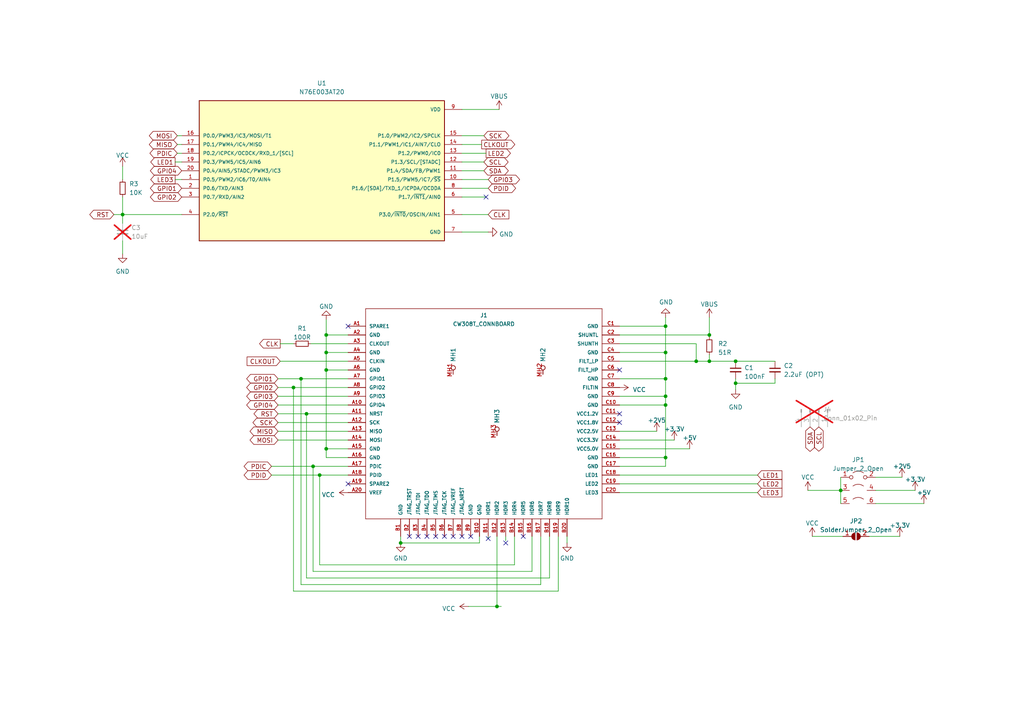
<source format=kicad_sch>
(kicad_sch (version 20230121) (generator eeschema)
  (paper "A4")
  (lib_symbols
    (symbol "Connector:Conn_01x04_Pin" (pin_names (offset 1.016) hide)
      (property "Reference" "J" (at 0 5.08 0))
      (property "Value" "Conn_01x04_Pin" (at 0 -7.62 0))
      (symbol "Conn_01x04_Pin_1_1"
        (polyline (pts (xy 1.27 -5.08) (xy 0.8636 -5.08)) (stroke (width 0.1524)))
        (polyline (pts (xy 1.27 -2.54) (xy 0.8636 -2.54)) (stroke (width 0.1524)))
        (polyline (pts (xy 1.27 0) (xy 0.8636 0)) (stroke (width 0.1524)))
        (polyline (pts (xy 1.27 2.54) (xy 0.8636 2.54)) (stroke (width 0.1524)))
        (rectangle (start 0.8636 -4.953) (end 0 -5.207) (stroke (width 0.1524)) (fill (type outline)))
        (rectangle (start 0.8636 -2.413) (end 0 -2.667) (stroke (width 0.1524)) (fill (type outline)))
        (rectangle (start 0.8636 0.127) (end 0 -0.127) (stroke (width 0.1524)) (fill (type outline)))
        (rectangle (start 0.8636 2.667) (end 0 2.413) (stroke (width 0.1524)) (fill (type outline)))
        (pin passive line (at 5.08 2.54 180) (length 3.81) (name "Pin_1") (number "1"))
        (pin passive line (at 5.08 0 180) (length 3.81) (name "Pin_2") (number "2"))
        (pin passive line (at 5.08 -2.54 180) (length 3.81) (name "Pin_3") (number "3"))
        (pin passive line (at 5.08 -5.08 180) (length 3.81) (name "Pin_4") (number "4"))
      )
    )
    (symbol "Device:C_Small" (pin_numbers hide) (pin_names (offset 0.254) hide)
      (property "Reference" "C" (at 0.254 1.778 0))
      (property "Value" "C_Small" (at 0.254 -2.032 0))
      (symbol "C_Small_0_1"
        (polyline (pts (xy -1.524 -0.508) (xy 1.524 -0.508)) (stroke (width 0.3302)))
        (polyline (pts (xy -1.524 0.508) (xy 1.524 0.508)) (stroke (width 0.3048)))
      )
      (symbol "C_Small_1_1"
        (pin passive line (at 0 2.54 270) (length 2.032) (name "~") (number "1"))
        (pin passive line (at 0 -2.54 90) (length 2.032) (name "~") (number "2"))
      )
    )
    (symbol "Device:R_Small" (pin_numbers hide) (pin_names (offset 0.254) hide)
      (property "Reference" "R" (at 0.762 0.508 0))
      (property "Value" "R_Small" (at 0.762 -1.016 0))
      (symbol "R_Small_0_1"
        (rectangle (start -0.762 1.778) (end 0.762 -1.778) (stroke (width 0.2032)))
      )
      (symbol "R_Small_1_1"
        (pin passive line (at 0 2.54 270) (length 0.762) (name "~") (number "1"))
        (pin passive line (at 0 -2.54 90) (length 0.762) (name "~") (number "2"))
      )
    )
    (symbol "Jumper:Jumper_2_Open" (pin_names (offset 0) hide)
      (property "Reference" "JP1" (at 0 5.08 0))
      (property "Value" "Jumper_2_Open" (at 0 2.54 0))
      (symbol "Jumper_2_Open_0_0"
        (circle (center -2.032 0) (radius 0.508))
        (circle (center 2.032 0) (radius 0.508))
      )
      (symbol "Jumper_2_Open_0_1"
        (arc (start 1.524 -6.35) (mid 0 -5.842) (end -1.524 -6.35))
        (arc (start 1.524 -2.54) (mid 0 -2.032) (end -1.524 -2.54))
        (arc (start 1.524 1.27) (mid 0 1.778) (end -1.524 1.27))
      )
      (symbol "Jumper_2_Open_1_1"
        (pin passive line (at -5.08 0 0) (length 2.54) (name "A1") (number "1"))
        (pin passive line (at 5.08 0 180) (length 2.54) (name "B1") (number "2"))
        (pin passive line (at -5.08 -3.81 0) (length 2.54) (name "A2") (number "3"))
        (pin passive line (at 5.08 -3.81 180) (length 2.54) (name "B2") (number "4"))
        (pin passive line (at -5.08 -7.62 0) (length 2.54) (name "A3") (number "5"))
        (pin passive line (at 5.08 -7.62 180) (length 2.54) (name "B3") (number "6"))
      )
    )
    (symbol "Jumper:SolderJumper_2_Open" (pin_names (offset 0) hide)
      (property "Reference" "JP" (at 0 2.032 0))
      (property "Value" "SolderJumper_2_Open" (at 0 -2.54 0))
      (symbol "SolderJumper_2_Open_0_1"
        (arc (start -0.254 1.016) (mid -1.2656 0) (end -0.254 -1.016))
        (arc (start -0.254 1.016) (mid -1.2656 0) (end -0.254 -1.016) (fill (type outline)))
        (polyline (pts (xy -0.254 1.016) (xy -0.254 -1.016)))
        (polyline (pts (xy 0.254 1.016) (xy 0.254 -1.016)))
        (arc (start 0.254 -1.016) (mid 1.2656 0) (end 0.254 1.016))
        (arc (start 0.254 -1.016) (mid 1.2656 0) (end 0.254 1.016) (fill (type outline)))
      )
      (symbol "SolderJumper_2_Open_1_1"
        (pin passive line (at -3.81 0 0) (length 2.54) (name "A") (number "1"))
        (pin passive line (at 3.81 0 180) (length 2.54) (name "B") (number "2"))
      )
    )
    (symbol "N76E003AT20:N76E003AT20" (pin_names (offset 1.016))
      (property "Reference" "U" (at -35.8394 21.1074 0))
      (property "Value" "N76E003AT20" (at -35.5854 -22.8854 0))
      (symbol "N76E003AT20_0_0"
        (rectangle (start -35.56 -20.32) (end 35.56 20.32) (stroke (width 0.254)) (fill (type background)))
        (pin bidirectional line (at -40.64 -2.54 0) (length 5.08) (name "P0.5/PWM2/IC6/T0/AIN4") (number "1"))
        (pin bidirectional line (at 40.64 -2.54 180) (length 5.08) (name "P1.5/PWM5/IC7/~{SS}") (number "10"))
        (pin bidirectional line (at 40.64 0 180) (length 5.08) (name "P1.4/SDA/FB/PWM1") (number "11"))
        (pin bidirectional line (at 40.64 2.54 180) (length 5.08) (name "P1.3/SCL/[STADC]") (number "12"))
        (pin bidirectional line (at 40.64 5.08 180) (length 5.08) (name "P1.2/PWM0/IC0") (number "13"))
        (pin bidirectional line (at 40.64 7.62 180) (length 5.08) (name "P1.1/PWM1/IC1/AIN7/CLO") (number "14"))
        (pin bidirectional line (at 40.64 10.16 180) (length 5.08) (name "P1.0/PWM2/IC2/SPCLK") (number "15"))
        (pin bidirectional line (at -40.64 10.16 0) (length 5.08) (name "P0.0/PWM3/IC3/MOSI/T1") (number "16"))
        (pin bidirectional line (at -40.64 7.62 0) (length 5.08) (name "P0.1/PWM4/IC4/MISO") (number "17"))
        (pin bidirectional line (at -40.64 5.08 0) (length 5.08) (name "P0.2/ICPCK/OCDCK/RXD_1/[SCL]") (number "18"))
        (pin bidirectional line (at -40.64 2.54 0) (length 5.08) (name "P0.3/PWM5/IC5/AIN6") (number "19"))
        (pin bidirectional line (at -40.64 -5.08 0) (length 5.08) (name "P0.6/TXD/AIN3") (number "2"))
        (pin bidirectional line (at -40.64 0 0) (length 5.08) (name "P0.4/AIN5/STADC/PWM3/IC3") (number "20"))
        (pin bidirectional line (at -40.64 -7.62 0) (length 5.08) (name "P0.7/RXD/AIN2") (number "3"))
        (pin bidirectional line (at -40.64 -12.7 0) (length 5.08) (name "P2.0/~{RST}") (number "4"))
        (pin bidirectional line (at 40.64 -12.7 180) (length 5.08) (name "P3.0/~{INT0}/OSCIN/AIN1") (number "5"))
        (pin bidirectional line (at 40.64 -7.62 180) (length 5.08) (name "P1.7/~{INT1}/AIN0") (number "6"))
        (pin power_in line (at 40.64 -17.78 180) (length 5.08) (name "GND") (number "7"))
        (pin bidirectional line (at 40.64 -5.08 180) (length 5.08) (name "P1.6/[SDA]/TXD_1/ICPDA/OCDDA") (number "8"))
        (pin power_in line (at 40.64 17.78 180) (length 5.08) (name "VDD") (number "9"))
      )
    )
    (symbol "chipwhisperer:CW308T_CONNBOARD" (pin_names (offset 1.016))
      (property "Reference" "J1" (at 19.05 23.495 0))
      (property "Value" "CW308T_CONNBOARD" (at 19.05 20.955 0))
      (symbol "CW308T_CONNBOARD_1_0"
        (polyline (pts (xy -15.24 -35.56) (xy -15.24 25.4)))
        (polyline (pts (xy -15.24 25.4) (xy 53.34 25.4)))
        (polyline (pts (xy 53.34 -35.56) (xy -15.24 -35.56)))
        (polyline (pts (xy 53.34 25.4) (xy 53.34 -35.56)))
      )
      (symbol "CW308T_CONNBOARD_1_1"
        (pin bidirectional line (at -20.32 20.32 0) (length 5.08) (name "SPARE1") (number "A1"))
        (pin bidirectional line (at -20.32 -2.54 0) (length 5.08) (name "GPIO4") (number "A10"))
        (pin bidirectional line (at -20.32 -5.08 0) (length 5.08) (name "NRST") (number "A11"))
        (pin bidirectional line (at -20.32 -7.62 0) (length 5.08) (name "SCK") (number "A12"))
        (pin bidirectional line (at -20.32 -10.16 0) (length 5.08) (name "MISO") (number "A13"))
        (pin bidirectional line (at -20.32 -12.7 0) (length 5.08) (name "MOSI") (number "A14"))
        (pin bidirectional line (at -20.32 -15.24 0) (length 5.08) (name "GND") (number "A15"))
        (pin bidirectional line (at -20.32 -17.78 0) (length 5.08) (name "GND") (number "A16"))
        (pin bidirectional line (at -20.32 -20.32 0) (length 5.08) (name "PDIC") (number "A17"))
        (pin bidirectional line (at -20.32 -22.86 0) (length 5.08) (name "PDID") (number "A18"))
        (pin bidirectional line (at -20.32 -25.4 0) (length 5.08) (name "SPARE2") (number "A19"))
        (pin bidirectional line (at -20.32 17.78 0) (length 5.08) (name "GND") (number "A2"))
        (pin bidirectional line (at -20.32 -27.94 0) (length 5.08) (name "VREF") (number "A20"))
        (pin bidirectional line (at -20.32 15.24 0) (length 5.08) (name "CLKOUT") (number "A3"))
        (pin bidirectional line (at -20.32 12.7 0) (length 5.08) (name "GND") (number "A4"))
        (pin bidirectional line (at -20.32 10.16 0) (length 5.08) (name "CLKIN") (number "A5"))
        (pin bidirectional line (at -20.32 7.62 0) (length 5.08) (name "GND") (number "A6"))
        (pin bidirectional line (at -20.32 5.08 0) (length 5.08) (name "GPIO1") (number "A7"))
        (pin bidirectional line (at -20.32 2.54 0) (length 5.08) (name "GPIO2") (number "A8"))
        (pin bidirectional line (at -20.32 0 0) (length 5.08) (name "GPIO3") (number "A9"))
        (pin bidirectional line (at -5.08 -40.64 90) (length 5.08) (name "GND") (number "B1"))
        (pin bidirectional line (at 17.78 -40.64 90) (length 5.08) (name "GND") (number "B10"))
        (pin bidirectional line (at 20.32 -40.64 90) (length 5.08) (name "HDR1") (number "B11"))
        (pin bidirectional line (at 22.86 -40.64 90) (length 5.08) (name "HDR2") (number "B12"))
        (pin bidirectional line (at 25.4 -40.64 90) (length 5.08) (name "HDR3") (number "B13"))
        (pin bidirectional line (at 27.94 -40.64 90) (length 5.08) (name "HDR4") (number "B14"))
        (pin bidirectional line (at 30.48 -40.64 90) (length 5.08) (name "HDR5") (number "B15"))
        (pin bidirectional line (at 33.02 -40.64 90) (length 5.08) (name "HDR6") (number "B16"))
        (pin bidirectional line (at 35.56 -40.64 90) (length 5.08) (name "HDR7") (number "B17"))
        (pin bidirectional line (at 38.1 -40.64 90) (length 5.08) (name "HDR8") (number "B18"))
        (pin bidirectional line (at 40.64 -40.64 90) (length 5.08) (name "HDR9") (number "B19"))
        (pin bidirectional line (at -2.54 -40.64 90) (length 5.08) (name "JTAG_TRST") (number "B2"))
        (pin bidirectional line (at 43.18 -40.64 90) (length 5.08) (name "HDR10") (number "B20"))
        (pin bidirectional line (at 0 -40.64 90) (length 5.08) (name "JTAG_TDI") (number "B3"))
        (pin bidirectional line (at 2.54 -40.64 90) (length 5.08) (name "JTAG_TDO") (number "B4"))
        (pin bidirectional line (at 5.08 -40.64 90) (length 5.08) (name "JTAG_TMS") (number "B5"))
        (pin bidirectional line (at 7.62 -40.64 90) (length 5.08) (name "JTAG_TCK") (number "B6"))
        (pin bidirectional line (at 10.16 -40.64 90) (length 5.08) (name "JTAG_VREF") (number "B7"))
        (pin bidirectional line (at 12.7 -40.64 90) (length 5.08) (name "JTAG_NRST") (number "B8"))
        (pin bidirectional line (at 15.24 -40.64 90) (length 5.08) (name "GND") (number "B9"))
        (pin bidirectional line (at 58.42 20.32 180) (length 5.08) (name "GND") (number "C1"))
        (pin bidirectional line (at 58.42 -2.54 180) (length 5.08) (name "GND") (number "C10"))
        (pin bidirectional line (at 58.42 -5.08 180) (length 5.08) (name "VCC1.2V") (number "C11"))
        (pin bidirectional line (at 58.42 -7.62 180) (length 5.08) (name "VCC1.8V") (number "C12"))
        (pin bidirectional line (at 58.42 -10.16 180) (length 5.08) (name "VCC2.5V") (number "C13"))
        (pin bidirectional line (at 58.42 -12.7 180) (length 5.08) (name "VCC3.3V") (number "C14"))
        (pin bidirectional line (at 58.42 -15.24 180) (length 5.08) (name "VCC5.0V") (number "C15"))
        (pin bidirectional line (at 58.42 -17.78 180) (length 5.08) (name "GND") (number "C16"))
        (pin bidirectional line (at 58.42 -20.32 180) (length 5.08) (name "GND") (number "C17"))
        (pin bidirectional line (at 58.42 -22.86 180) (length 5.08) (name "LED1") (number "C18"))
        (pin bidirectional line (at 58.42 -25.4 180) (length 5.08) (name "LED2") (number "C19"))
        (pin bidirectional line (at 58.42 17.78 180) (length 5.08) (name "SHUNTL") (number "C2"))
        (pin bidirectional line (at 58.42 -27.94 180) (length 5.08) (name "LED3") (number "C20"))
        (pin bidirectional line (at 58.42 15.24 180) (length 5.08) (name "SHUNTH") (number "C3"))
        (pin bidirectional line (at 58.42 12.7 180) (length 5.08) (name "GND") (number "C4"))
        (pin bidirectional line (at 58.42 10.16 180) (length 5.08) (name "FILT_LP") (number "C5"))
        (pin bidirectional line (at 58.42 7.62 180) (length 5.08) (name "FILT_HP") (number "C6"))
        (pin bidirectional line (at 58.42 5.08 180) (length 5.08) (name "GND") (number "C7"))
        (pin bidirectional line (at 58.42 2.54 180) (length 5.08) (name "FILTIN") (number "C8"))
        (pin bidirectional line (at 58.42 0 180) (length 5.08) (name "GND") (number "C9"))
        (pin passive inverted (at 10.16 6.35 90) (length 2.54) (name "MH1") (number "MH1"))
        (pin passive inverted (at 36.195 6.35 90) (length 2.54) (name "MH2") (number "MH2"))
        (pin passive inverted (at 22.86 -11.43 90) (length 2.54) (name "MH3") (number "MH3"))
      )
    )
    (symbol "power:+2V5" (power) (pin_names (offset 0))
      (property "Value" "+2V5" (at 0 3.556 0))
      (symbol "+2V5_0_1"
        (polyline (pts (xy -0.762 1.27) (xy 0 2.54)))
        (polyline (pts (xy 0 0) (xy 0 2.54)))
        (polyline (pts (xy 0 2.54) (xy 0.762 1.27)))
      )
      (symbol "+2V5_1_1"
        (pin power_in line (at 0 0 90) (length 0) hide (name "+2V5") (number "1"))
      )
    )
    (symbol "power:+3.3V" (power) (pin_names (offset 0))
      (property "Value" "+3.3V" (at 0 3.556 0))
      (symbol "+3.3V_0_1"
        (polyline (pts (xy -0.762 1.27) (xy 0 2.54)))
        (polyline (pts (xy 0 0) (xy 0 2.54)))
        (polyline (pts (xy 0 2.54) (xy 0.762 1.27)))
      )
      (symbol "+3.3V_1_1"
        (pin power_in line (at 0 0 90) (length 0) hide (name "+3.3V") (number "1"))
      )
    )
    (symbol "power:+5V" (power) (pin_names (offset 0))
      (property "Value" "+5V" (at 0 3.556 0))
      (symbol "+5V_0_1"
        (polyline (pts (xy -0.762 1.27) (xy 0 2.54)))
        (polyline (pts (xy 0 0) (xy 0 2.54)))
        (polyline (pts (xy 0 2.54) (xy 0.762 1.27)))
      )
      (symbol "+5V_1_1"
        (pin power_in line (at 0 0 90) (length 0) hide (name "+5V") (number "1"))
      )
    )
    (symbol "power:GND" (power) (pin_names (offset 0))
      (property "Value" "GND" (at 0 -3.81 0))
      (symbol "GND_0_1"
        (polyline (pts (xy 0 0) (xy 0 -1.27) (xy 1.27 -1.27) (xy 0 -2.54) (xy -1.27 -1.27) (xy 0 -1.27)))
      )
      (symbol "GND_1_1"
        (pin power_in line (at 0 0 270) (length 0) hide (name "GND") (number "1"))
      )
    )
    (symbol "power:VBUS" (power) (pin_names (offset 0))
      (property "Value" "VCC_CLEAN" (at 0 3.175 0))
      (symbol "VBUS_0_1"
        (polyline (pts (xy -0.762 1.27) (xy 0 2.54)))
        (polyline (pts (xy 0 0) (xy 0 2.54)))
        (polyline (pts (xy 0 2.54) (xy 0.762 1.27)))
      )
      (symbol "VBUS_1_1"
        (pin power_in line (at 0 0 90) (length 0) hide (name "VBUS") (number "1"))
      )
    )
    (symbol "power:VCC" (power) (pin_names (offset 0))
      (property "Value" "VCC" (at 0 3.81 0))
      (symbol "VCC_0_1"
        (polyline (pts (xy -0.762 1.27) (xy 0 2.54)))
        (polyline (pts (xy 0 0) (xy 0 2.54)))
        (polyline (pts (xy 0 2.54) (xy 0.762 1.27)))
      )
      (symbol "VCC_1_1"
        (pin power_in line (at 0 0 90) (length 0) hide (name "VCC") (number "1"))
      )
    )
  )
  (junction (at 213.36 104.775))
  (junction (at 205.74 97.155))
  (junction (at 243.84 142.24))
  (junction (at 205.74 104.775))
  (junction (at 94.615 102.235))
  (junction (at 90.805 135.255))
  (junction (at 92.71 137.795))
  (junction (at 94.615 130.175))
  (junction (at 193.04 114.935))
  (junction (at 193.04 132.715))
  (junction (at 193.04 94.615))
  (junction (at 213.36 111.1524))
  (junction (at 116.205 157.48))
  (junction (at 88.9 120.015))
  (junction (at 35.56 62.23))
  (junction (at 144.145 175.895))
  (junction (at 193.04 109.855))
  (junction (at 201.93 104.775))
  (junction (at 85.1215 112.395))
  (junction (at 94.615 107.315))
  (junction (at 87.3052 109.855))
  (junction (at 193.04 102.235))
  (junction (at 94.615 97.155))
  (junction (at 193.04 117.475))
  (no_connect (at 121.285 155.575))
  (no_connect (at 123.825 155.575))
  (no_connect (at 131.445 155.575))
  (no_connect (at 128.905 155.575))
  (no_connect (at 140.97 57.15))
  (no_connect (at 136.525 155.575))
  (no_connect (at 151.765 155.575))
  (no_connect (at 179.705 120.015))
  (no_connect (at 100.965 94.615))
  (no_connect (at 100.965 140.335))
  (no_connect (at 179.705 122.555))
  (no_connect (at 133.985 155.575))
  (no_connect (at 141.605 156.21))
  (no_connect (at 146.685 157.48))
  (no_connect (at 118.745 155.575))
  (no_connect (at 179.705 107.315))
  (no_connect (at 126.365 155.575))
  (wire (pts (xy 90.805 165.735) (xy 90.805 135.255)))
  (wire (pts (xy 141.605 67.31) (xy 133.985 67.31)))
  (wire (pts (xy 51.435 41.91) (xy 52.705 41.91)))
  (wire (pts (xy 94.615 132.715) (xy 94.615 130.175)))
  (wire (pts (xy 35.56 48.26) (xy 35.56 52.07)))
  (wire (pts (xy 193.04 109.855) (xy 193.04 114.935)))
  (wire (pts (xy 140.335 46.99) (xy 133.985 46.99)))
  (wire (pts (xy 154.305 165.735) (xy 90.805 165.735)))
  (wire (pts (xy 87.3052 169.5503) (xy 87.3052 109.855)))
  (wire (pts (xy 179.705 97.155) (xy 205.74 97.155)))
  (wire (pts (xy 51.435 39.37) (xy 52.705 39.37)))
  (wire (pts (xy 213.36 104.775) (xy 224.7865 104.775)))
  (wire (pts (xy 135.89 175.895) (xy 144.145 175.895)))
  (wire (pts (xy 140.335 49.53) (xy 133.985 49.53)))
  (wire (pts (xy 201.93 104.775) (xy 205.74 104.775)))
  (wire (pts (xy 80.645 125.095) (xy 100.965 125.095)))
  (wire (pts (xy 179.705 102.235) (xy 193.04 102.235)))
  (wire (pts (xy 80.645 127.635) (xy 100.965 127.635)))
  (wire (pts (xy 141.605 54.61) (xy 133.985 54.61)))
  (wire (pts (xy 80.645 109.855) (xy 87.3052 109.855)))
  (wire (pts (xy 94.615 102.235) (xy 94.615 97.155)))
  (wire (pts (xy 50.8 46.99) (xy 52.705 46.99)))
  (wire (pts (xy 100.965 97.155) (xy 94.615 97.155)))
  (wire (pts (xy 35.56 62.23) (xy 33.02 62.23)))
  (wire (pts (xy 81.28 99.695) (xy 85.09 99.695)))
  (wire (pts (xy 205.74 102.87) (xy 205.74 104.775)))
  (wire (pts (xy 159.385 167.64) (xy 88.9 167.64)))
  (wire (pts (xy 235.585 155.575) (xy 244.475 155.575)))
  (wire (pts (xy 179.705 114.935) (xy 193.04 114.935)))
  (wire (pts (xy 80.645 117.475) (xy 100.965 117.475)))
  (wire (pts (xy 100.965 130.175) (xy 94.615 130.175)))
  (wire (pts (xy 243.84 138.43) (xy 243.84 142.24)))
  (wire (pts (xy 193.04 132.715) (xy 193.04 135.255)))
  (wire (pts (xy 219.71 140.335) (xy 179.705 140.335)))
  (wire (pts (xy 193.04 114.935) (xy 193.04 117.475)))
  (wire (pts (xy 261.62 138.43) (xy 254 138.43)))
  (wire (pts (xy 213.36 111.1524) (xy 224.7865 111.1524)))
  (wire (pts (xy 146.685 156.845) (xy 146.685 155.575)))
  (wire (pts (xy 85.1215 171.45) (xy 85.1215 112.395)))
  (wire (pts (xy 80.645 120.015) (xy 88.9 120.015)))
  (wire (pts (xy 139.065 157.48) (xy 116.205 157.48)))
  (wire (pts (xy 265.43 142.24) (xy 254 142.24)))
  (wire (pts (xy 159.385 155.575) (xy 159.385 167.64)))
  (wire (pts (xy 92.71 163.83) (xy 92.71 137.795)))
  (wire (pts (xy 81.28 104.775) (xy 100.965 104.775)))
  (wire (pts (xy 100.965 132.715) (xy 94.615 132.715)))
  (wire (pts (xy 224.7865 104.775) (xy 224.7865 104.8024)))
  (wire (pts (xy 213.36 109.855) (xy 213.36 111.1524)))
  (wire (pts (xy 78.74 137.795) (xy 92.71 137.795)))
  (wire (pts (xy 149.225 155.575) (xy 149.225 163.83)))
  (wire (pts (xy 193.04 117.475) (xy 193.04 132.715)))
  (wire (pts (xy 85.1215 112.395) (xy 100.965 112.395)))
  (wire (pts (xy 80.645 114.935) (xy 100.965 114.935)))
  (wire (pts (xy 80.645 122.555) (xy 100.965 122.555)))
  (wire (pts (xy 243.84 142.24) (xy 243.84 146.05)))
  (wire (pts (xy 35.56 73.66) (xy 35.56 69.85)))
  (wire (pts (xy 219.71 142.875) (xy 179.705 142.875)))
  (wire (pts (xy 164.465 155.575) (xy 164.465 157.48)))
  (wire (pts (xy 140.335 39.37) (xy 133.985 39.37)))
  (wire (pts (xy 94.615 130.175) (xy 94.615 107.315)))
  (wire (pts (xy 213.3565 111.1524) (xy 213.36 111.1524)))
  (wire (pts (xy 140.97 44.45) (xy 133.985 44.45)))
  (wire (pts (xy 100.965 102.235) (xy 94.615 102.235)))
  (wire (pts (xy 116.205 157.48) (xy 116.205 155.575)))
  (wire (pts (xy 35.56 62.23) (xy 52.705 62.23)))
  (wire (pts (xy 94.615 92.71) (xy 94.615 97.155)))
  (wire (pts (xy 35.56 64.77) (xy 35.56 62.23)))
  (wire (pts (xy 51.435 44.45) (xy 52.705 44.45)))
  (wire (pts (xy 195.58 127.635) (xy 179.705 127.635)))
  (wire (pts (xy 193.04 94.615) (xy 193.04 92.075)))
  (wire (pts (xy 141.605 156.21) (xy 141.605 155.575)))
  (wire (pts (xy 149.225 163.83) (xy 92.71 163.83)))
  (wire (pts (xy 154.305 155.575) (xy 154.305 165.735)))
  (wire (pts (xy 213.36 111.1524) (xy 213.36 113.03)))
  (wire (pts (xy 193.04 94.615) (xy 193.04 102.235)))
  (wire (pts (xy 87.3052 109.855) (xy 100.965 109.855)))
  (wire (pts (xy 156.845 155.575) (xy 156.845 169.5503)))
  (wire (pts (xy 179.705 132.715) (xy 193.04 132.715)))
  (wire (pts (xy 201.93 99.695) (xy 201.93 104.775)))
  (wire (pts (xy 80.645 112.395) (xy 85.1215 112.395)))
  (wire (pts (xy 201.93 104.775) (xy 179.705 104.775)))
  (wire (pts (xy 90.17 99.695) (xy 100.965 99.695)))
  (wire (pts (xy 224.7865 111.1524) (xy 224.7865 109.8824)))
  (wire (pts (xy 156.845 169.5503) (xy 87.3052 169.5503)))
  (wire (pts (xy 193.04 102.235) (xy 193.04 109.855)))
  (wire (pts (xy 35.56 57.15) (xy 35.56 62.23)))
  (wire (pts (xy 139.065 157.48) (xy 139.065 155.575)))
  (wire (pts (xy 260.985 155.575) (xy 252.095 155.575)))
  (wire (pts (xy 140.97 57.15) (xy 133.985 57.15)))
  (wire (pts (xy 179.705 135.255) (xy 193.04 135.255)))
  (wire (pts (xy 94.615 107.315) (xy 94.615 102.235)))
  (wire (pts (xy 141.605 62.23) (xy 133.985 62.23)))
  (wire (pts (xy 88.9 120.015) (xy 100.965 120.015)))
  (wire (pts (xy 141.605 52.07) (xy 133.985 52.07)))
  (wire (pts (xy 179.705 99.695) (xy 201.93 99.695)))
  (wire (pts (xy 179.705 94.615) (xy 193.04 94.615)))
  (wire (pts (xy 234.315 142.24) (xy 243.84 142.24)))
  (wire (pts (xy 139.7 41.91) (xy 133.985 41.91)))
  (wire (pts (xy 267.97 146.05) (xy 254 146.05)))
  (wire (pts (xy 205.74 92.075) (xy 205.74 97.155)))
  (wire (pts (xy 205.74 97.79) (xy 205.74 97.155)))
  (wire (pts (xy 161.925 155.575) (xy 161.925 171.45)))
  (wire (pts (xy 179.705 117.475) (xy 193.04 117.475)))
  (wire (pts (xy 161.925 171.45) (xy 85.1215 171.45)))
  (wire (pts (xy 205.74 104.775) (xy 213.36 104.775)))
  (wire (pts (xy 219.71 137.795) (xy 179.705 137.795)))
  (wire (pts (xy 144.145 175.895) (xy 144.145 155.575)))
  (wire (pts (xy 50.8 52.07) (xy 52.705 52.07)))
  (wire (pts (xy 200.025 130.175) (xy 179.705 130.175)))
  (wire (pts (xy 78.74 135.255) (xy 90.805 135.255)))
  (wire (pts (xy 144.78 31.75) (xy 133.985 31.75)))
  (wire (pts (xy 190.5 125.095) (xy 179.705 125.095)))
  (wire (pts (xy 92.71 137.795) (xy 100.965 137.795)))
  (wire (pts (xy 88.9 167.64) (xy 88.9 120.015)))
  (wire (pts (xy 90.805 135.255) (xy 100.965 135.255)))
  (wire (pts (xy 100.965 107.315) (xy 94.615 107.315)))
  (wire (pts (xy 145.415 175.895) (xy 144.145 175.895)))
  (wire (pts (xy 179.705 109.855) (xy 193.04 109.855)))
  (global_label "SCL" (shape bidirectional) (at 140.335 46.99 0) (property "Intersheetrefs" "${INTERSHEET_REFS}" (effects hide)))
  (global_label "CLKOUT" (shape input) (at 81.28 104.775 180) (property "Intersheetrefs" "${INTERSHEET_REFS}" (effects hide)))
  (global_label "GPI02" (shape bidirectional) (at 80.645 112.395 180) (property "Intersheetrefs" "${INTERSHEET_REFS}" (effects hide)))
  (global_label "MOSI" (shape bidirectional) (at 51.435 39.37 180) (property "Intersheetrefs" "${INTERSHEET_REFS}" (effects hide)))
  (global_label "CLK" (shape output) (at 81.28 99.695 180) (property "Intersheetrefs" "${INTERSHEET_REFS}" (effects hide)))
  (global_label "GPI03" (shape bidirectional) (at 141.605 52.07 0) (property "Intersheetrefs" "${INTERSHEET_REFS}" (effects hide)))
  (global_label "GPI01" (shape bidirectional) (at 52.705 54.61 180) (property "Intersheetrefs" "${INTERSHEET_REFS}" (effects hide)))
  (global_label "CLKOUT" (shape output) (at 139.7 41.91 0) (property "Intersheetrefs" "${INTERSHEET_REFS}" (effects hide)))
  (global_label "PDID" (shape bidirectional) (at 78.74 137.795 180) (property "Intersheetrefs" "${INTERSHEET_REFS}" (effects hide)))
  (global_label "GPI04" (shape bidirectional) (at 52.705 49.53 180) (property "Intersheetrefs" "${INTERSHEET_REFS}" (effects hide)))
  (global_label "GPI03" (shape bidirectional) (at 80.645 114.935 180) (property "Intersheetrefs" "${INTERSHEET_REFS}" (effects hide)))
  (global_label "LED2" (shape output) (at 140.97 44.45 0) (property "Intersheetrefs" "${INTERSHEET_REFS}" (effects hide)))
  (global_label "RST" (shape bidirectional) (at 33.02 62.23 180) (property "Intersheetrefs" "${INTERSHEET_REFS}" (effects hide)))
  (global_label "SCK" (shape bidirectional) (at 140.335 39.37 0) (property "Intersheetrefs" "${INTERSHEET_REFS}" (effects hide)))
  (global_label "SDA" (shape bidirectional) (at 234.95 123.825 270) (property "Intersheetrefs" "${INTERSHEET_REFS}" (effects hide)))
  (global_label "MISO" (shape bidirectional) (at 51.435 41.91 180) (property "Intersheetrefs" "${INTERSHEET_REFS}" (effects hide)))
  (global_label "PDID" (shape bidirectional) (at 141.605 54.61 0) (property "Intersheetrefs" "${INTERSHEET_REFS}" (effects hide)))
  (global_label "LED1" (shape input) (at 219.71 137.795 0) (property "Intersheetrefs" "${INTERSHEET_REFS}" (effects hide)))
  (global_label "MISO" (shape bidirectional) (at 80.645 125.095 180) (property "Intersheetrefs" "${INTERSHEET_REFS}" (effects hide)))
  (global_label "LED1" (shape output) (at 50.8 46.99 180) (property "Intersheetrefs" "${INTERSHEET_REFS}" (effects hide)))
  (global_label "LED3" (shape input) (at 219.71 142.875 0) (property "Intersheetrefs" "${INTERSHEET_REFS}" (effects hide)))
  (global_label "PDIC" (shape bidirectional) (at 78.74 135.255 180) (property "Intersheetrefs" "${INTERSHEET_REFS}" (effects hide)))
  (global_label "SDA" (shape bidirectional) (at 140.335 49.53 0) (property "Intersheetrefs" "${INTERSHEET_REFS}" (effects hide)))
  (global_label "SCL" (shape bidirectional) (at 237.49 123.825 270) (property "Intersheetrefs" "${INTERSHEET_REFS}" (effects hide)))
  (global_label "PDIC" (shape bidirectional) (at 51.435 44.45 180) (property "Intersheetrefs" "${INTERSHEET_REFS}" (effects hide)))
  (global_label "GPI04" (shape bidirectional) (at 80.645 117.475 180) (property "Intersheetrefs" "${INTERSHEET_REFS}" (effects hide)))
  (global_label "LED3" (shape output) (at 50.8 52.07 180) (property "Intersheetrefs" "${INTERSHEET_REFS}" (effects hide)))
  (global_label "MOSI" (shape bidirectional) (at 80.645 127.635 180) (property "Intersheetrefs" "${INTERSHEET_REFS}" (effects hide)))
  (global_label "RST" (shape bidirectional) (at 80.645 120.015 180) (property "Intersheetrefs" "${INTERSHEET_REFS}" (effects hide)))
  (global_label "GPI02" (shape bidirectional) (at 52.705 57.15 180) (property "Intersheetrefs" "${INTERSHEET_REFS}" (effects hide)))
  (global_label "LED2" (shape input) (at 219.71 140.335 0) (property "Intersheetrefs" "${INTERSHEET_REFS}" (effects hide)))
  (global_label "CLK" (shape input) (at 141.605 62.23 0) (property "Intersheetrefs" "${INTERSHEET_REFS}" (effects hide)))
  (global_label "GPI01" (shape bidirectional) (at 80.645 109.855 180) (property "Intersheetrefs" "${INTERSHEET_REFS}" (effects hide)))
  (global_label "SCK" (shape bidirectional) (at 80.645 122.555 180) (property "Intersheetrefs" "${INTERSHEET_REFS}" (effects hide)))
  (symbol (lib_id "N76E003AT20:N76E003AT20") (at 93.345 49.53 0) (unit 1)
    (property "Reference" "U1" (at 93.345 24.13 0))
    (property "Value" "N76E003AT20" (at 93.345 26.67 0))
    (property "Footprint" "SOP65P640X120-20N" (effects hide))
    (property "MANUFACTURER" "NUVOTON" (effects hide))
    (property "PARTREV" "1.04" (effects hide))
    (property "STANDARD" "IPC 7351B" (effects hide))
  )
  (symbol (lib_id "power:+3.3V") (at 195.58 127.635 0) (unit 1)
    (property "Reference" "#PWR02" (effects hide))
    (property "Value" "+3.3V" (at 195.58 124.46 0))
  )
  (symbol (lib_id "power:GND") (at 116.205 157.48 0) (unit 1)
    (property "Reference" "#PWR018" (effects hide))
    (property "Value" "GND" (at 116.205 161.925 0))
  )
  (symbol (lib_id "power:+3.3V") (at 265.43 142.24 0) (mirror y) (unit 1)
    (property "Reference" "#PWR05" (effects hide))
    (property "Value" "+3.3V" (at 265.43 139.065 0))
  )
  (symbol (lib_id "Device:R_Small") (at 35.56 54.61 0) (unit 1)
    (property "Reference" "R3" (at 37.465 53.34 0) (effects (justify left)))
    (property "Value" "10K" (at 37.465 55.88 0) (effects (justify left)))
    (property "Footprint" "Resistor_SMD:R_0805_2012Metric_Pad1.20x1.40mm_HandSolder" (effects hide))
  )
  (symbol (lib_id "Device:R_Small") (at 205.74 100.33 0) (unit 1)
    (property "Reference" "R2" (at 208.28 99.695 0) (effects (justify left)))
    (property "Value" "51R" (at 208.28 102.235 0) (effects (justify left)))
    (property "Footprint" "Resistor_SMD:R_0805_2012Metric_Pad1.20x1.40mm_HandSolder" (effects hide))
  )
  (symbol (lib_id "power:GND") (at 193.04 92.075 180) (unit 1)
    (property "Reference" "#PWR010" (effects hide))
    (property "Value" "GND" (at 191.135 87.63 0) (effects (justify right)))
  )
  (symbol (lib_id "power:VCC") (at 35.56 48.26 0) (unit 1)
    (property "Reference" "#PWR019" (effects hide))
    (property "Value" "VCC" (at 35.56 45.085 0))
  )
  (symbol (lib_id "power:+5V") (at 267.97 146.05 0) (mirror y) (unit 1)
    (property "Reference" "#PWR04" (effects hide))
    (property "Value" "+5V" (at 267.97 142.875 0))
  )
  (symbol (lib_id "power:+3.3V") (at 260.985 155.575 0) (mirror y) (unit 1)
    (property "Reference" "#PWR017" (effects hide))
    (property "Value" "+3.3V" (at 260.985 152.4 0))
  )
  (symbol (lib_id "power:+2V5") (at 190.5 125.095 0) (unit 1)
    (property "Reference" "#PWR03" (effects hide))
    (property "Value" "+2V5" (at 190.5 121.92 0))
  )
  (symbol (lib_id "power:VCC") (at 234.315 142.24 0) (mirror y) (unit 1)
    (property "Reference" "#PWR011" (effects hide))
    (property "Value" "VCC" (at 234.315 138.43 0))
  )
  (symbol (lib_id "Device:C_Small") (at 213.36 107.315 0) (unit 1)
    (property "Reference" "C1" (at 215.9 106.6863 0) (effects (justify left)))
    (property "Value" "100nF" (at 215.9 109.2263 0) (effects (justify left)))
    (property "Footprint" "Capacitor_SMD:C_0805_2012Metric_Pad1.18x1.45mm_HandSolder" (effects hide))
  )
  (symbol (lib_id "power:VCC") (at 135.89 175.895 90) (unit 1)
    (property "Reference" "#PWR015" (effects hide))
    (property "Value" "VCC" (at 132.08 176.53 90) (effects (justify left)))
  )
  (symbol (lib_id "power:GND") (at 164.465 157.48 0) (unit 1)
    (property "Reference" "#PWR014" (effects hide))
    (property "Value" "GND" (at 164.465 161.925 0))
  )
  (symbol (lib_id "Device:C_Small") (at 224.7865 107.3424 0) (unit 1) (in_bom no)
    (property "Reference" "C2" (at 227.33 106.0787 0) (effects (justify left)))
    (property "Value" "2.2uF (OPT)" (at 227.33 108.6187 0) (effects (justify left)))
    (property "Footprint" "Capacitor_SMD:C_0805_2012Metric_Pad1.18x1.45mm_HandSolder" (effects hide))
  )
  (symbol (lib_id "power:+2V5") (at 261.62 138.43 0) (mirror y) (unit 1)
    (property "Reference" "#PWR06" (effects hide))
    (property "Value" "+2V5" (at 261.62 135.255 0))
  )
  (symbol (lib_id "Jumper:SolderJumper_2_Open") (at 248.285 155.575 0) (unit 1)
    (property "Reference" "JP2" (at 248.285 151.13 0))
    (property "Value" "SolderJumper_2_Open" (at 248.285 153.67 0))
    (property "Footprint" "Jumper:SolderJumper-2_P1.3mm_Open_RoundedPad1.0x1.5mm" (effects hide))
  )
  (symbol (lib_id "power:VBUS") (at 144.78 31.75 0) (unit 1)
    (property "Reference" "#PWR021" (effects hide))
    (property "Value" "VCC_CLEAN" (at 144.78 27.94 0))
  )
  (symbol (lib_id "power:GND") (at 213.36 113.03 0) (unit 1)
    (property "Reference" "#PWR013" (effects hide))
    (property "Value" "GND" (at 213.36 118.11 0))
  )
  (symbol (lib_id "Connector:Conn_01x04_Pin") (at 237.49 118.745 270) (unit 1) (on_board no) (dnp yes)
    (property "Reference" "J4" (at 238.76 118.745 90) (effects (justify left)))
    (property "Value" "Conn_01x02_Pin" (at 238.76 121.285 90) (effects (justify left)))
    (property "Footprint" "Connector_PinHeader_2.54mm:PinHeader_1x02_P2.54mm_Vertical" (effects hide))
  )
  (symbol (lib_id "Device:R_Small") (at 87.63 99.695 90) (unit 1)
    (property "Reference" "R1" (at 87.63 95.25 90))
    (property "Value" "100R" (at 87.63 97.79 90))
    (property "Footprint" "Resistor_SMD:R_0805_2012Metric_Pad1.20x1.40mm_HandSolder" (effects hide))
  )
  (symbol (lib_id "power:VCC") (at 179.705 112.395 270) (unit 1)
    (property "Reference" "#PWR012" (effects hide))
    (property "Value" "VCC" (at 183.515 113.03 90) (effects (justify left)))
  )
  (symbol (lib_id "power:GND") (at 94.615 92.71 180) (unit 1)
    (property "Reference" "#PWR07" (effects hide))
    (property "Value" "GND" (at 94.615 88.9 0))
  )
  (symbol (lib_id "chipwhisperer:CW308T_CONNBOARD") (at 121.285 114.935 0) (unit 1)
    (property "Reference" "J1" (at 140.335 91.44 0) (effects (font (size 1.143 1.143))))
    (property "Value" "CW308T_CONNBOARD" (at 140.335 93.98 0) (effects (font (size 1.143 1.143))))
    (property "Footprint" "chipwhisperer:CW308T_CONNBOARD" (effects hide))
  )
  (symbol (lib_id "Jumper:Jumper_2_Open") (at 248.92 138.43 0) (unit 1)
    (property "Reference" "JP1" (at 248.92 133.35 0))
    (property "Value" "Jumper_2_Open" (at 248.92 135.89 0))
    (property "Footprint" "Connector_PinHeader_2.54mm:PinHeader_2x03_P2.54mm_Vertical" (effects hide))
  )
  (symbol (lib_id "power:VCC") (at 100.965 142.875 90) (unit 1)
    (property "Reference" "#PWR08" (effects hide))
    (property "Value" "VCC" (at 97.155 143.51 90) (effects (justify left)))
  )
  (symbol (lib_id "power:+5V") (at 200.025 130.175 0) (unit 1)
    (property "Reference" "#PWR01" (effects hide))
    (property "Value" "+5V" (at 200.025 127 0))
  )
  (symbol (lib_id "Device:C_Small") (at 35.56 67.31 0) (unit 1) (in_bom no) (on_board no) (dnp yes)
    (property "Reference" "C3" (at 38.1 66.0463 0) (effects (justify left)))
    (property "Value" "10uF" (at 38.1 68.5863 0) (effects (justify left)))
    (property "Footprint" "Capacitor_SMD:C_0805_2012Metric_Pad1.18x1.45mm_HandSolder" (effects hide))
  )
  (symbol (lib_id "power:VCC") (at 235.585 155.575 0) (mirror y) (unit 1)
    (property "Reference" "#PWR016" (effects hide))
    (property "Value" "VCC" (at 235.585 151.765 0))
  )
  (symbol (lib_id "power:VBUS") (at 205.74 92.075 0) (unit 1)
    (property "Reference" "#PWR09" (effects hide))
    (property "Value" "VCC_CLEAN" (at 205.74 88.265 0))
  )
  (symbol (lib_id "power:GND") (at 35.56 73.66 0) (unit 1)
    (property "Reference" "#PWR022" (effects hide))
    (property "Value" "GND" (at 35.56 78.74 0))
  )
  (symbol (lib_id "power:GND") (at 141.605 67.31 90) (unit 1)
    (property "Reference" "#PWR020" (effects hide))
    (property "Value" "GND" (at 144.78 67.945 90) (effects (justify right)))
  )
)
</source>
